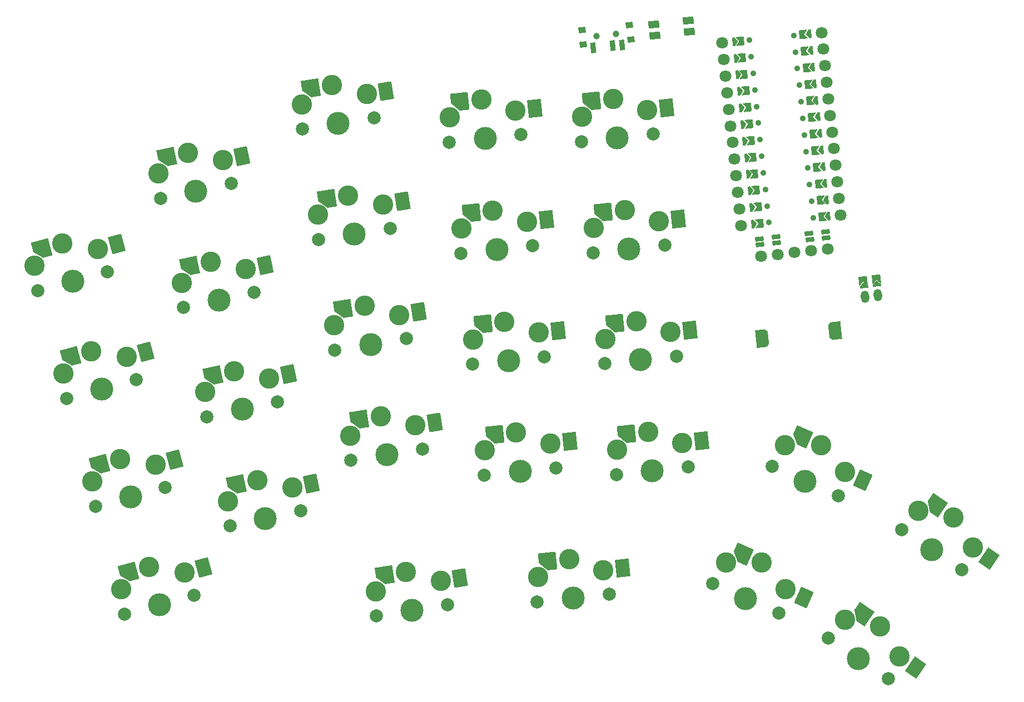
<source format=gbr>
%TF.GenerationSoftware,KiCad,Pcbnew,9.0.2*%
%TF.CreationDate,2025-05-27T05:35:02-06:00*%
%TF.ProjectId,keeb,6b656562-2e6b-4696-9361-645f70636258,v1.0.0*%
%TF.SameCoordinates,Original*%
%TF.FileFunction,Soldermask,Bot*%
%TF.FilePolarity,Negative*%
%FSLAX46Y46*%
G04 Gerber Fmt 4.6, Leading zero omitted, Abs format (unit mm)*
G04 Created by KiCad (PCBNEW 9.0.2) date 2025-05-27 05:35:02*
%MOMM*%
%LPD*%
G01*
G04 APERTURE LIST*
G04 Aperture macros list*
%AMRoundRect*
0 Rectangle with rounded corners*
0 $1 Rounding radius*
0 $2 $3 $4 $5 $6 $7 $8 $9 X,Y pos of 4 corners*
0 Add a 4 corners polygon primitive as box body*
4,1,4,$2,$3,$4,$5,$6,$7,$8,$9,$2,$3,0*
0 Add four circle primitives for the rounded corners*
1,1,$1+$1,$2,$3*
1,1,$1+$1,$4,$5*
1,1,$1+$1,$6,$7*
1,1,$1+$1,$8,$9*
0 Add four rect primitives between the rounded corners*
20,1,$1+$1,$2,$3,$4,$5,0*
20,1,$1+$1,$4,$5,$6,$7,0*
20,1,$1+$1,$6,$7,$8,$9,0*
20,1,$1+$1,$8,$9,$2,$3,0*%
%AMHorizOval*
0 Thick line with rounded ends*
0 $1 width*
0 $2 $3 position (X,Y) of the first rounded end (center of the circle)*
0 $4 $5 position (X,Y) of the second rounded end (center of the circle)*
0 Add line between two ends*
20,1,$1,$2,$3,$4,$5,0*
0 Add two circle primitives to create the rounded ends*
1,1,$1,$2,$3*
1,1,$1,$4,$5*%
%AMFreePoly0*
4,1,14,1.335355,1.335355,1.350000,1.300000,1.350000,-1.300000,1.335355,-1.335355,1.300000,-1.350000,-0.117000,-1.350000,-0.152355,-1.335355,-1.335355,-0.152355,-1.350000,-0.117000,-1.350000,1.300000,-1.335355,1.335355,-1.300000,1.350000,1.300000,1.350000,1.335355,1.335355,1.335355,1.335355,$1*%
%AMFreePoly1*
4,1,16,-0.214645,0.660355,-0.210957,0.656235,0.289043,0.031235,0.299694,-0.005522,0.289043,-0.031235,-0.210957,-0.656235,-0.244478,-0.674694,-0.250000,-0.675000,-0.500000,-0.675001,-0.535355,-0.660355,-0.550000,-0.625000,-0.550000,0.625000,-0.535355,0.660355,-0.500000,0.675000,-0.250000,0.675000,-0.214645,0.660355,-0.214645,0.660355,$1*%
%AMFreePoly2*
4,1,16,0.535355,0.660355,0.550000,0.625000,0.550000,-0.625000,0.535355,-0.660355,0.500000,-0.675000,-0.650001,-0.675000,-0.685355,-0.660355,-0.700000,-0.625000,-0.689043,-0.593765,-0.214031,0.000000,-0.689043,0.593765,-0.699694,0.630522,-0.681235,0.664043,-0.650000,0.675000,0.500000,0.675001,0.535355,0.660355,0.535355,0.660355,$1*%
%AMFreePoly3*
4,1,15,0.975355,0.935355,1.335355,0.575355,1.350000,0.540000,1.350000,-0.900000,1.335355,-0.935355,1.300000,-0.950000,-1.300000,-0.950000,-1.335355,-0.935355,-1.350000,-0.900000,-1.350000,0.540000,-1.335355,0.575355,-0.975355,0.935355,-0.940000,0.950000,0.940001,0.950000,0.975355,0.935355,0.975355,0.935355,$1*%
%AMFreePoly4*
4,1,15,1.335355,0.935355,1.350000,0.900000,1.350000,-0.540000,1.335355,-0.575355,0.975355,-0.935355,0.940000,-0.950000,-0.940001,-0.950000,-0.975355,-0.935355,-1.335355,-0.575355,-1.350000,-0.540000,-1.350000,0.900000,-1.335355,0.935355,-1.300000,0.950000,1.300000,0.950000,1.335355,0.935355,1.335355,0.935355,$1*%
%AMFreePoly5*
4,1,14,0.035355,0.435355,0.635355,-0.164645,0.650000,-0.200000,0.650000,-0.400000,0.635355,-0.435355,0.600000,-0.450000,-0.600000,-0.450000,-0.635355,-0.435355,-0.650000,-0.400000,-0.650000,-0.200000,-0.635355,-0.164645,-0.035355,0.435354,0.000000,0.450000,0.035355,0.435355,0.035355,0.435355,$1*%
%AMFreePoly6*
4,1,16,0.635355,0.285354,0.650000,0.250000,0.650000,-1.000000,0.635355,-1.035356,0.600000,-1.050000,0.564645,-1.035355,0.000000,-0.470710,-0.564645,-1.035355,-0.600000,-1.050000,-0.635355,-1.035355,-0.650000,-1.000000,-0.650000,0.250000,-0.635355,0.285355,-0.600000,0.300000,0.600000,0.300000,0.635355,0.285354,0.635355,0.285354,$1*%
G04 Aperture macros list end*
%ADD10C,3.500000*%
%ADD11C,2.000000*%
%ADD12C,3.100000*%
%ADD13FreePoly0,15.000000*%
%ADD14RoundRect,0.050000X-0.629461X-1.514523X1.302391X-0.996885X0.629461X1.514523X-1.302391X0.996885X0*%
%ADD15FreePoly0,12.000000*%
%ADD16RoundRect,0.050000X-0.707862X-1.479504X1.248433X-1.063680X0.707862X1.479504X-1.248433X1.063680X0*%
%ADD17FreePoly0,9.000000*%
%ADD18RoundRect,0.050000X-0.784324X-1.440429X1.191053X-1.127560X0.784324X1.440429X-1.191053X1.127560X0*%
%ADD19FreePoly0,6.000000*%
%ADD20RoundRect,0.050000X-0.858635X-1.397407X1.130409X-1.188350X0.858635X1.397407X-1.130409X1.188350X0*%
%ADD21FreePoly0,336.000000*%
%ADD22RoundRect,0.050000X-1.442303X-0.780872X0.384788X-1.594346X1.442303X0.780872X-0.384788X1.594346X0*%
%ADD23FreePoly0,326.000000*%
%ADD24RoundRect,0.050000X-1.555988X-0.518556X0.102087X-1.636942X1.555988X0.518556X-0.102087X1.636942X0*%
%ADD25C,1.800000*%
%ADD26C,0.900000*%
%ADD27FreePoly1,6.000000*%
%ADD28FreePoly2,6.000000*%
%ADD29FreePoly2,186.000000*%
%ADD30FreePoly1,186.000000*%
%ADD31RoundRect,0.050000X0.718490X0.578271X-0.823019X0.416251X-0.718490X-0.578271X0.823019X-0.416251X0*%
%ADD32FreePoly3,276.000000*%
%ADD33FreePoly4,276.000000*%
%ADD34HorizOval,1.300000X-0.028745X0.273494X0.028745X-0.273494X0*%
%ADD35FreePoly5,6.000000*%
%ADD36FreePoly6,6.000000*%
%ADD37RoundRect,0.050000X-0.455450X-0.450073X0.539072X-0.345545X0.455450X0.450073X-0.539072X0.345545X0*%
%ADD38RoundRect,0.050000X-0.269686X-0.782476X0.426479X-0.709306X0.269686X0.782476X-0.426479X0.709306X0*%
%ADD39C,1.000000*%
%ADD40RoundRect,0.050000X-0.628072X0.235639X-0.565355X-0.361074X0.628072X-0.235639X0.565355X0.361074X0*%
%ADD41HorizOval,1.800000X0.000000X0.000000X0.000000X0.000000X0*%
G04 APERTURE END LIST*
D10*
%TO.C,S1*%
X45600076Y-100579261D03*
D11*
X50912668Y-99155756D03*
X40287484Y-102002766D03*
D12*
X44060103Y-94832002D03*
X39799875Y-98251134D03*
D13*
X40896696Y-95679635D03*
D14*
X52332763Y-94892957D03*
D12*
X49459134Y-95662944D03*
%TD*%
D10*
%TO.C,S2*%
X41200152Y-84158522D03*
D11*
X46512744Y-82735017D03*
X35887560Y-85582027D03*
D12*
X39660179Y-78411263D03*
X35399951Y-81830395D03*
D13*
X36496772Y-79258896D03*
D14*
X47932839Y-78472218D03*
D12*
X45059210Y-79242205D03*
%TD*%
D10*
%TO.C,S3*%
X36800229Y-67737783D03*
D11*
X42112821Y-66314278D03*
X31487637Y-69161288D03*
D12*
X35260256Y-61990524D03*
X31000028Y-65409656D03*
D13*
X32096849Y-62838157D03*
D14*
X43532916Y-62051479D03*
D12*
X40659287Y-62821466D03*
%TD*%
D10*
%TO.C,S4*%
X32400305Y-51317044D03*
D11*
X37712897Y-49893539D03*
X27087713Y-52740549D03*
D12*
X30860332Y-45569785D03*
X26600104Y-48988917D03*
D13*
X27696925Y-46417418D03*
D14*
X39132992Y-45630740D03*
D12*
X36259363Y-46400727D03*
%TD*%
D10*
%TO.C,S5*%
X61752705Y-87451330D03*
D11*
X67132517Y-86307816D03*
X56372893Y-88594844D03*
D12*
X60515630Y-81631352D03*
X56082298Y-84822835D03*
D15*
X57312197Y-82312263D03*
D16*
X68773763Y-82125181D03*
D12*
X65863774Y-82743718D03*
%TD*%
D10*
%TO.C,S6*%
X58218206Y-70822820D03*
D11*
X63598018Y-69679306D03*
X52838394Y-71966334D03*
D12*
X56981131Y-65002842D03*
X52547799Y-68194325D03*
D15*
X53777698Y-65683753D03*
D16*
X65239264Y-65496671D03*
D12*
X62329275Y-66115208D03*
%TD*%
D10*
%TO.C,S7*%
X54683708Y-54194311D03*
D11*
X60063520Y-53050797D03*
X49303896Y-55337825D03*
D12*
X53446633Y-48374333D03*
X49013301Y-51565816D03*
D15*
X50243200Y-49055244D03*
D16*
X61704766Y-48868162D03*
D12*
X58794777Y-49486699D03*
%TD*%
D10*
%TO.C,S8*%
X51149209Y-37565802D03*
D11*
X56529021Y-36422288D03*
X45769397Y-38709316D03*
D12*
X49912134Y-31745824D03*
X45478802Y-34937307D03*
D15*
X46708701Y-32426735D03*
D16*
X58170267Y-32239653D03*
D12*
X55260278Y-32858190D03*
%TD*%
D10*
%TO.C,S9*%
X80231994Y-77764692D03*
D11*
X85664280Y-76904302D03*
X74799708Y-78625082D03*
D12*
X79301209Y-71887946D03*
X74706923Y-74843033D03*
D17*
X76066530Y-72400269D03*
D18*
X87522179Y-72813296D03*
D12*
X84583806Y-73278688D03*
%TD*%
D10*
%TO.C,S10*%
X77770146Y-60942703D03*
D11*
X83202432Y-60082313D03*
X72337860Y-61803093D03*
D12*
X76839361Y-55065957D03*
X72245075Y-58021044D03*
D17*
X73604682Y-55578280D03*
D18*
X85060331Y-55991307D03*
D12*
X82121958Y-56456699D03*
%TD*%
D10*
%TO.C,S11*%
X75308297Y-44120714D03*
D11*
X80740583Y-43260324D03*
X69876011Y-44981104D03*
D12*
X74377512Y-38243968D03*
X69783226Y-41199055D03*
D17*
X71142833Y-38756291D03*
D18*
X82598482Y-39169318D03*
D12*
X79660109Y-39634710D03*
%TD*%
D10*
%TO.C,S12*%
X72846449Y-27298725D03*
D11*
X78278735Y-26438335D03*
X67414163Y-28159115D03*
D12*
X71915664Y-21421979D03*
X67321378Y-24377066D03*
D17*
X68680985Y-21934302D03*
D18*
X80136634Y-22347329D03*
D12*
X77198261Y-22812721D03*
%TD*%
D10*
%TO.C,S13*%
X84085190Y-101453568D03*
D11*
X89517476Y-100593178D03*
X78652904Y-102313958D03*
D12*
X83154405Y-95576822D03*
X78560119Y-98531909D03*
D17*
X79919726Y-96089145D03*
D18*
X91375375Y-96502172D03*
D12*
X88437002Y-96967564D03*
%TD*%
D10*
%TO.C,S14*%
X100569398Y-80304454D03*
D11*
X106039268Y-79729547D03*
X95099528Y-80879361D03*
D12*
X99947454Y-74387049D03*
X95204807Y-77097639D03*
D19*
X96690394Y-74729379D03*
D20*
X108108728Y-75741382D03*
D12*
X105150026Y-76052355D03*
%TD*%
D10*
%TO.C,S15*%
X98792415Y-63397582D03*
D11*
X104262285Y-62822675D03*
X93322545Y-63972489D03*
D12*
X98170471Y-57480177D03*
X93427824Y-60190767D03*
D19*
X94913411Y-57822507D03*
D20*
X106331745Y-58834510D03*
D12*
X103373043Y-59145483D03*
%TD*%
D10*
%TO.C,S16*%
X97015431Y-46490710D03*
D11*
X102485301Y-45915803D03*
X91545561Y-47065617D03*
D12*
X96393487Y-40573305D03*
X91650840Y-43283895D03*
D19*
X93136427Y-40915635D03*
D20*
X104554761Y-41927638D03*
D12*
X101596059Y-42238611D03*
%TD*%
D10*
%TO.C,S17*%
X95238447Y-29583837D03*
D11*
X100708317Y-29008930D03*
X89768577Y-30158744D03*
D12*
X94616503Y-23666432D03*
X89873856Y-26377022D03*
D19*
X91359443Y-24008762D03*
D20*
X102777777Y-25020765D03*
D12*
X99819075Y-25331738D03*
%TD*%
D10*
%TO.C,S18*%
X120668893Y-80202928D03*
D11*
X126138763Y-79628021D03*
X115199023Y-80777835D03*
D12*
X120046949Y-74285523D03*
X115304302Y-76996113D03*
D19*
X116789889Y-74627853D03*
D20*
X128208223Y-75639856D03*
D12*
X125249521Y-75950829D03*
%TD*%
D10*
%TO.C,S19*%
X118891910Y-63296056D03*
D11*
X124361780Y-62721149D03*
X113422040Y-63870963D03*
D12*
X118269966Y-57378651D03*
X113527319Y-60089241D03*
D19*
X115012906Y-57720981D03*
D20*
X126431240Y-58732984D03*
D12*
X123472538Y-59043957D03*
%TD*%
D10*
%TO.C,S20*%
X117114926Y-46389184D03*
D11*
X122584796Y-45814277D03*
X111645056Y-46964091D03*
D12*
X116492982Y-40471779D03*
X111750335Y-43182369D03*
D19*
X113235922Y-40814109D03*
D20*
X124654256Y-41826112D03*
D12*
X121695554Y-42137085D03*
%TD*%
D10*
%TO.C,S21*%
X115337942Y-29482312D03*
D11*
X120807812Y-28907405D03*
X109868072Y-30057219D03*
D12*
X114715998Y-23564907D03*
X109973351Y-26275497D03*
D19*
X111458938Y-23907237D03*
D20*
X122877272Y-24919240D03*
D12*
X119918570Y-25230213D03*
%TD*%
D10*
%TO.C,S22*%
X108627099Y-99567721D03*
D11*
X114096969Y-98992814D03*
X103157229Y-100142628D03*
D12*
X108005155Y-93650316D03*
X103262508Y-96360906D03*
D19*
X104748095Y-93992646D03*
D20*
X116166429Y-95004649D03*
D12*
X113207727Y-95315622D03*
%TD*%
D10*
%TO.C,S23*%
X143961011Y-81776861D03*
D11*
X148985511Y-84013913D03*
X138936511Y-79539809D03*
D12*
X146381094Y-76341266D03*
X140918546Y-76317382D03*
D21*
X143389233Y-75009203D03*
D22*
X152771798Y-81594790D03*
D12*
X150054001Y-80384749D03*
%TD*%
D10*
%TO.C,S24*%
X134912732Y-99641034D03*
D11*
X139937232Y-101878086D03*
X129888232Y-97403982D03*
D12*
X137332815Y-94205439D03*
X131870267Y-94181555D03*
D21*
X134340954Y-92873376D03*
D22*
X143723519Y-99458963D03*
D12*
X141005722Y-98248922D03*
%TD*%
D10*
%TO.C,S25*%
X163248679Y-92212095D03*
D11*
X167808386Y-95287656D03*
X158688972Y-89136534D03*
D12*
X166575877Y-87279321D03*
X161200465Y-86307240D03*
D23*
X163860779Y-85447965D03*
D24*
X171957227Y-93562768D03*
D12*
X169490840Y-91899169D03*
%TD*%
D10*
%TO.C,S26*%
X152064821Y-108792847D03*
D11*
X156624528Y-111868408D03*
X147505114Y-105717286D03*
D12*
X155392019Y-103860073D03*
X150016607Y-102887992D03*
D23*
X152676921Y-102028717D03*
D24*
X160773369Y-110143520D03*
D12*
X158306982Y-108479921D03*
%TD*%
D25*
%TO.C,MCU1*%
X131295221Y-15035179D03*
X146451734Y-13442165D03*
D26*
X135492103Y-14594069D03*
X142254852Y-13883275D03*
D27*
X133403607Y-14813578D03*
D28*
X134124635Y-14737795D03*
D29*
X143622320Y-13739549D03*
D30*
X144343348Y-13663765D03*
D25*
X131560723Y-17561264D03*
X146717237Y-15968251D03*
D26*
X135757605Y-17120154D03*
X142520354Y-16409361D03*
D27*
X133669109Y-17339664D03*
D28*
X134390138Y-17263881D03*
D29*
X143887822Y-16265634D03*
D30*
X144608850Y-16189851D03*
D25*
X131826225Y-20087350D03*
X146982739Y-18494336D03*
D26*
X136023108Y-19646240D03*
X142785857Y-18935446D03*
D27*
X133934612Y-19865750D03*
D28*
X134655640Y-19789967D03*
D29*
X144153324Y-18791720D03*
D30*
X144874353Y-18715937D03*
D25*
X132091728Y-22613436D03*
X147248241Y-21020422D03*
D26*
X136288610Y-22172326D03*
X143051359Y-21461532D03*
D27*
X134200114Y-22391835D03*
D28*
X134921142Y-22316052D03*
D29*
X144418826Y-21317805D03*
D30*
X145139855Y-21242022D03*
D25*
X132357230Y-25139521D03*
X147513744Y-23546507D03*
D26*
X136554112Y-24698411D03*
X143316861Y-23987618D03*
D27*
X134465616Y-24917921D03*
D28*
X135186645Y-24842138D03*
D29*
X144684329Y-23843891D03*
D30*
X145405357Y-23768108D03*
D25*
X132622732Y-27665607D03*
X147779246Y-26072593D03*
D26*
X136819615Y-27224497D03*
X143582363Y-26513703D03*
D27*
X134731119Y-27444007D03*
D28*
X135452147Y-27368223D03*
D29*
X144949831Y-26369977D03*
D30*
X145670859Y-26294193D03*
D25*
X132888234Y-30191693D03*
X148044748Y-28598679D03*
D26*
X137085117Y-29750582D03*
X143847866Y-29039789D03*
D27*
X134996621Y-29970092D03*
D28*
X135717649Y-29894309D03*
D29*
X145215333Y-28896062D03*
D30*
X145936362Y-28820279D03*
D25*
X133153737Y-32717778D03*
X148310250Y-31124764D03*
D26*
X137350619Y-32276668D03*
X144113368Y-31565874D03*
D27*
X135262123Y-32496178D03*
D28*
X135983152Y-32420395D03*
D29*
X145480836Y-31422148D03*
D30*
X146201864Y-31346365D03*
D25*
X133419239Y-35243864D03*
X148575753Y-33650850D03*
D26*
X137616121Y-34802754D03*
X144378870Y-34091960D03*
D27*
X135527625Y-35022263D03*
D28*
X136248654Y-34946480D03*
D29*
X145746338Y-33948233D03*
D30*
X146467366Y-33872450D03*
D25*
X133684741Y-37769949D03*
X148841255Y-36176936D03*
D26*
X137881624Y-37328839D03*
X144644373Y-36618046D03*
D27*
X135793128Y-37548349D03*
D28*
X136514156Y-37472566D03*
D29*
X146011840Y-36474319D03*
D30*
X146732869Y-36398536D03*
D25*
X133950244Y-40296035D03*
X149106757Y-38703021D03*
D26*
X138147126Y-39854925D03*
X144909875Y-39144131D03*
D27*
X136058630Y-40074435D03*
D28*
X136779658Y-39998651D03*
D29*
X146277343Y-39000405D03*
D30*
X146998371Y-38924622D03*
D25*
X134215746Y-42822121D03*
X149372260Y-41229107D03*
D26*
X138412628Y-42381010D03*
X145175377Y-41670217D03*
D27*
X136324132Y-42600520D03*
D28*
X137045161Y-42524737D03*
D29*
X146542845Y-41526490D03*
D30*
X147263873Y-41450707D03*
%TD*%
D31*
%TO.C,RST1*%
X120937368Y-12202351D03*
X121115066Y-13893038D03*
X126158608Y-11653576D03*
X126336306Y-13344263D03*
%TD*%
D32*
%TO.C,RE1*%
X137390966Y-60023945D03*
D33*
X148529612Y-58853227D03*
%TD*%
D34*
%TO.C,JST1*%
X155062049Y-53461372D03*
X153073005Y-53670428D03*
D35*
X154873898Y-51671232D03*
X152884854Y-51880289D03*
D36*
X152778653Y-50869855D03*
X154767697Y-50660798D03*
%TD*%
D37*
%TO.C,PWR1*%
X110175026Y-15279177D03*
X109944019Y-13081284D03*
X117435036Y-14516119D03*
X117204028Y-12318226D03*
D38*
X111635301Y-15779277D03*
X114618866Y-15465691D03*
X116110649Y-15308898D03*
D39*
X112197222Y-13950522D03*
X115180788Y-13636936D03*
%TD*%
D40*
%TO.C,DISP1*%
X147087635Y-43791955D03*
X144561550Y-44057457D03*
X139509378Y-44588462D03*
X136983293Y-44853964D03*
X147181711Y-44687025D03*
X144655625Y-44952527D03*
X139603454Y-45483532D03*
X137077368Y-45749034D03*
D41*
X137260293Y-47489447D03*
X139786379Y-47223945D03*
X142312464Y-46958443D03*
X144838550Y-46692940D03*
D25*
X147364636Y-46427438D03*
%TD*%
M02*

</source>
